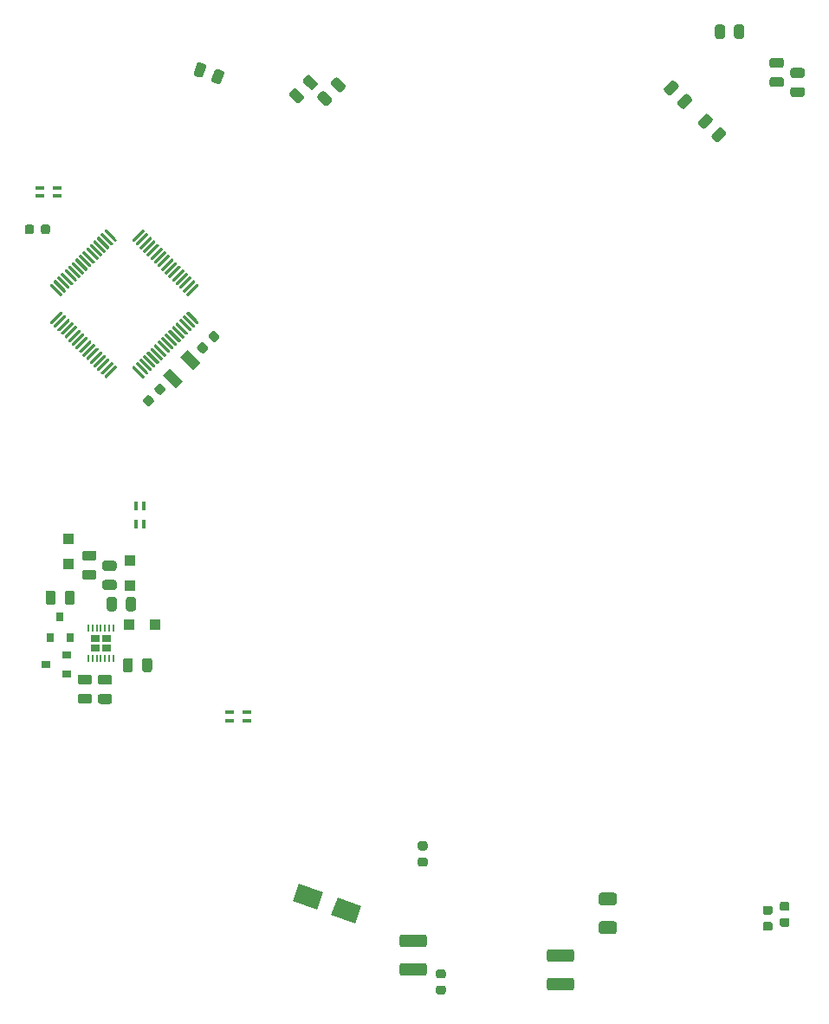
<source format=gbr>
G04 #@! TF.GenerationSoftware,KiCad,Pcbnew,(5.1.7)-1*
G04 #@! TF.CreationDate,2020-12-22T22:25:20-08:00*
G04 #@! TF.ProjectId,LCP_PowerControl,4c43505f-506f-4776-9572-436f6e74726f,rev?*
G04 #@! TF.SameCoordinates,Original*
G04 #@! TF.FileFunction,Paste,Bot*
G04 #@! TF.FilePolarity,Positive*
%FSLAX46Y46*%
G04 Gerber Fmt 4.6, Leading zero omitted, Abs format (unit mm)*
G04 Created by KiCad (PCBNEW (5.1.7)-1) date 2020-12-22 22:25:20*
%MOMM*%
%LPD*%
G01*
G04 APERTURE LIST*
%ADD10C,0.100000*%
%ADD11R,0.970000X0.700000*%
%ADD12R,0.250000X0.700000*%
%ADD13R,0.900000X0.400000*%
%ADD14R,0.400000X0.900000*%
%ADD15R,0.900000X0.800000*%
%ADD16R,0.800000X0.900000*%
%ADD17R,1.000000X1.000000*%
G04 APERTURE END LIST*
G36*
G01*
X147329500Y-53074250D02*
X147329500Y-53986750D01*
G75*
G02*
X147085750Y-54230500I-243750J0D01*
G01*
X146598250Y-54230500D01*
G75*
G02*
X146354500Y-53986750I0J243750D01*
G01*
X146354500Y-53074250D01*
G75*
G02*
X146598250Y-52830500I243750J0D01*
G01*
X147085750Y-52830500D01*
G75*
G02*
X147329500Y-53074250I0J-243750D01*
G01*
G37*
G36*
G01*
X149204500Y-53074250D02*
X149204500Y-53986750D01*
G75*
G02*
X148960750Y-54230500I-243750J0D01*
G01*
X148473250Y-54230500D01*
G75*
G02*
X148229500Y-53986750I0J243750D01*
G01*
X148229500Y-53074250D01*
G75*
G02*
X148473250Y-52830500I243750J0D01*
G01*
X148960750Y-52830500D01*
G75*
G02*
X149204500Y-53074250I0J-243750D01*
G01*
G37*
G36*
G01*
X86284750Y-118257500D02*
X87197250Y-118257500D01*
G75*
G02*
X87441000Y-118501250I0J-243750D01*
G01*
X87441000Y-118988750D01*
G75*
G02*
X87197250Y-119232500I-243750J0D01*
G01*
X86284750Y-119232500D01*
G75*
G02*
X86041000Y-118988750I0J243750D01*
G01*
X86041000Y-118501250D01*
G75*
G02*
X86284750Y-118257500I243750J0D01*
G01*
G37*
G36*
G01*
X86284750Y-116382500D02*
X87197250Y-116382500D01*
G75*
G02*
X87441000Y-116626250I0J-243750D01*
G01*
X87441000Y-117113750D01*
G75*
G02*
X87197250Y-117357500I-243750J0D01*
G01*
X86284750Y-117357500D01*
G75*
G02*
X86041000Y-117113750I0J243750D01*
G01*
X86041000Y-116626250D01*
G75*
G02*
X86284750Y-116382500I243750J0D01*
G01*
G37*
D10*
G36*
X94835040Y-84613168D02*
G01*
X96107832Y-85885960D01*
X95400726Y-86593066D01*
X94127934Y-85320274D01*
X94835040Y-84613168D01*
G37*
G36*
X93067274Y-86380934D02*
G01*
X94340066Y-87653726D01*
X93632960Y-88360832D01*
X92360168Y-87088040D01*
X93067274Y-86380934D01*
G37*
G36*
G01*
X153418250Y-139451500D02*
X152905750Y-139451500D01*
G75*
G02*
X152687000Y-139232750I0J218750D01*
G01*
X152687000Y-138795250D01*
G75*
G02*
X152905750Y-138576500I218750J0D01*
G01*
X153418250Y-138576500D01*
G75*
G02*
X153637000Y-138795250I0J-218750D01*
G01*
X153637000Y-139232750D01*
G75*
G02*
X153418250Y-139451500I-218750J0D01*
G01*
G37*
G36*
G01*
X153418250Y-141026500D02*
X152905750Y-141026500D01*
G75*
G02*
X152687000Y-140807750I0J218750D01*
G01*
X152687000Y-140370250D01*
G75*
G02*
X152905750Y-140151500I218750J0D01*
G01*
X153418250Y-140151500D01*
G75*
G02*
X153637000Y-140370250I0J-218750D01*
G01*
X153637000Y-140807750D01*
G75*
G02*
X153418250Y-141026500I-218750J0D01*
G01*
G37*
G36*
G01*
X90396090Y-87402522D02*
X89406140Y-86412572D01*
G75*
G02*
X89406140Y-86306506I53033J53033D01*
G01*
X89512206Y-86200440D01*
G75*
G02*
X89618272Y-86200440I53033J-53033D01*
G01*
X90608222Y-87190390D01*
G75*
G02*
X90608222Y-87296456I-53033J-53033D01*
G01*
X90502156Y-87402522D01*
G75*
G02*
X90396090Y-87402522I-53033J53033D01*
G01*
G37*
G36*
G01*
X90749643Y-87048969D02*
X89759693Y-86059019D01*
G75*
G02*
X89759693Y-85952953I53033J53033D01*
G01*
X89865759Y-85846887D01*
G75*
G02*
X89971825Y-85846887I53033J-53033D01*
G01*
X90961775Y-86836837D01*
G75*
G02*
X90961775Y-86942903I-53033J-53033D01*
G01*
X90855709Y-87048969D01*
G75*
G02*
X90749643Y-87048969I-53033J53033D01*
G01*
G37*
G36*
G01*
X91103196Y-86695416D02*
X90113246Y-85705466D01*
G75*
G02*
X90113246Y-85599400I53033J53033D01*
G01*
X90219312Y-85493334D01*
G75*
G02*
X90325378Y-85493334I53033J-53033D01*
G01*
X91315328Y-86483284D01*
G75*
G02*
X91315328Y-86589350I-53033J-53033D01*
G01*
X91209262Y-86695416D01*
G75*
G02*
X91103196Y-86695416I-53033J53033D01*
G01*
G37*
G36*
G01*
X91456750Y-86341862D02*
X90466800Y-85351912D01*
G75*
G02*
X90466800Y-85245846I53033J53033D01*
G01*
X90572866Y-85139780D01*
G75*
G02*
X90678932Y-85139780I53033J-53033D01*
G01*
X91668882Y-86129730D01*
G75*
G02*
X91668882Y-86235796I-53033J-53033D01*
G01*
X91562816Y-86341862D01*
G75*
G02*
X91456750Y-86341862I-53033J53033D01*
G01*
G37*
G36*
G01*
X91810303Y-85988309D02*
X90820353Y-84998359D01*
G75*
G02*
X90820353Y-84892293I53033J53033D01*
G01*
X90926419Y-84786227D01*
G75*
G02*
X91032485Y-84786227I53033J-53033D01*
G01*
X92022435Y-85776177D01*
G75*
G02*
X92022435Y-85882243I-53033J-53033D01*
G01*
X91916369Y-85988309D01*
G75*
G02*
X91810303Y-85988309I-53033J53033D01*
G01*
G37*
G36*
G01*
X92163857Y-85634755D02*
X91173907Y-84644805D01*
G75*
G02*
X91173907Y-84538739I53033J53033D01*
G01*
X91279973Y-84432673D01*
G75*
G02*
X91386039Y-84432673I53033J-53033D01*
G01*
X92375989Y-85422623D01*
G75*
G02*
X92375989Y-85528689I-53033J-53033D01*
G01*
X92269923Y-85634755D01*
G75*
G02*
X92163857Y-85634755I-53033J53033D01*
G01*
G37*
G36*
G01*
X92517410Y-85281202D02*
X91527460Y-84291252D01*
G75*
G02*
X91527460Y-84185186I53033J53033D01*
G01*
X91633526Y-84079120D01*
G75*
G02*
X91739592Y-84079120I53033J-53033D01*
G01*
X92729542Y-85069070D01*
G75*
G02*
X92729542Y-85175136I-53033J-53033D01*
G01*
X92623476Y-85281202D01*
G75*
G02*
X92517410Y-85281202I-53033J53033D01*
G01*
G37*
G36*
G01*
X92870963Y-84927649D02*
X91881013Y-83937699D01*
G75*
G02*
X91881013Y-83831633I53033J53033D01*
G01*
X91987079Y-83725567D01*
G75*
G02*
X92093145Y-83725567I53033J-53033D01*
G01*
X93083095Y-84715517D01*
G75*
G02*
X93083095Y-84821583I-53033J-53033D01*
G01*
X92977029Y-84927649D01*
G75*
G02*
X92870963Y-84927649I-53033J53033D01*
G01*
G37*
G36*
G01*
X93224517Y-84574095D02*
X92234567Y-83584145D01*
G75*
G02*
X92234567Y-83478079I53033J53033D01*
G01*
X92340633Y-83372013D01*
G75*
G02*
X92446699Y-83372013I53033J-53033D01*
G01*
X93436649Y-84361963D01*
G75*
G02*
X93436649Y-84468029I-53033J-53033D01*
G01*
X93330583Y-84574095D01*
G75*
G02*
X93224517Y-84574095I-53033J53033D01*
G01*
G37*
G36*
G01*
X93578070Y-84220542D02*
X92588120Y-83230592D01*
G75*
G02*
X92588120Y-83124526I53033J53033D01*
G01*
X92694186Y-83018460D01*
G75*
G02*
X92800252Y-83018460I53033J-53033D01*
G01*
X93790202Y-84008410D01*
G75*
G02*
X93790202Y-84114476I-53033J-53033D01*
G01*
X93684136Y-84220542D01*
G75*
G02*
X93578070Y-84220542I-53033J53033D01*
G01*
G37*
G36*
G01*
X93931623Y-83866989D02*
X92941673Y-82877039D01*
G75*
G02*
X92941673Y-82770973I53033J53033D01*
G01*
X93047739Y-82664907D01*
G75*
G02*
X93153805Y-82664907I53033J-53033D01*
G01*
X94143755Y-83654857D01*
G75*
G02*
X94143755Y-83760923I-53033J-53033D01*
G01*
X94037689Y-83866989D01*
G75*
G02*
X93931623Y-83866989I-53033J53033D01*
G01*
G37*
G36*
G01*
X94285177Y-83513435D02*
X93295227Y-82523485D01*
G75*
G02*
X93295227Y-82417419I53033J53033D01*
G01*
X93401293Y-82311353D01*
G75*
G02*
X93507359Y-82311353I53033J-53033D01*
G01*
X94497309Y-83301303D01*
G75*
G02*
X94497309Y-83407369I-53033J-53033D01*
G01*
X94391243Y-83513435D01*
G75*
G02*
X94285177Y-83513435I-53033J53033D01*
G01*
G37*
G36*
G01*
X94638730Y-83159882D02*
X93648780Y-82169932D01*
G75*
G02*
X93648780Y-82063866I53033J53033D01*
G01*
X93754846Y-81957800D01*
G75*
G02*
X93860912Y-81957800I53033J-53033D01*
G01*
X94850862Y-82947750D01*
G75*
G02*
X94850862Y-83053816I-53033J-53033D01*
G01*
X94744796Y-83159882D01*
G75*
G02*
X94638730Y-83159882I-53033J53033D01*
G01*
G37*
G36*
G01*
X94992284Y-82806328D02*
X94002334Y-81816378D01*
G75*
G02*
X94002334Y-81710312I53033J53033D01*
G01*
X94108400Y-81604246D01*
G75*
G02*
X94214466Y-81604246I53033J-53033D01*
G01*
X95204416Y-82594196D01*
G75*
G02*
X95204416Y-82700262I-53033J-53033D01*
G01*
X95098350Y-82806328D01*
G75*
G02*
X94992284Y-82806328I-53033J53033D01*
G01*
G37*
G36*
G01*
X95345837Y-82452775D02*
X94355887Y-81462825D01*
G75*
G02*
X94355887Y-81356759I53033J53033D01*
G01*
X94461953Y-81250693D01*
G75*
G02*
X94568019Y-81250693I53033J-53033D01*
G01*
X95557969Y-82240643D01*
G75*
G02*
X95557969Y-82346709I-53033J-53033D01*
G01*
X95451903Y-82452775D01*
G75*
G02*
X95345837Y-82452775I-53033J53033D01*
G01*
G37*
G36*
G01*
X95699390Y-82099222D02*
X94709440Y-81109272D01*
G75*
G02*
X94709440Y-81003206I53033J53033D01*
G01*
X94815506Y-80897140D01*
G75*
G02*
X94921572Y-80897140I53033J-53033D01*
G01*
X95911522Y-81887090D01*
G75*
G02*
X95911522Y-81993156I-53033J-53033D01*
G01*
X95805456Y-82099222D01*
G75*
G02*
X95699390Y-82099222I-53033J53033D01*
G01*
G37*
G36*
G01*
X94815506Y-79376860D02*
X94709440Y-79270794D01*
G75*
G02*
X94709440Y-79164728I53033J53033D01*
G01*
X95699390Y-78174778D01*
G75*
G02*
X95805456Y-78174778I53033J-53033D01*
G01*
X95911522Y-78280844D01*
G75*
G02*
X95911522Y-78386910I-53033J-53033D01*
G01*
X94921572Y-79376860D01*
G75*
G02*
X94815506Y-79376860I-53033J53033D01*
G01*
G37*
G36*
G01*
X94461953Y-79023307D02*
X94355887Y-78917241D01*
G75*
G02*
X94355887Y-78811175I53033J53033D01*
G01*
X95345837Y-77821225D01*
G75*
G02*
X95451903Y-77821225I53033J-53033D01*
G01*
X95557969Y-77927291D01*
G75*
G02*
X95557969Y-78033357I-53033J-53033D01*
G01*
X94568019Y-79023307D01*
G75*
G02*
X94461953Y-79023307I-53033J53033D01*
G01*
G37*
G36*
G01*
X94108400Y-78669754D02*
X94002334Y-78563688D01*
G75*
G02*
X94002334Y-78457622I53033J53033D01*
G01*
X94992284Y-77467672D01*
G75*
G02*
X95098350Y-77467672I53033J-53033D01*
G01*
X95204416Y-77573738D01*
G75*
G02*
X95204416Y-77679804I-53033J-53033D01*
G01*
X94214466Y-78669754D01*
G75*
G02*
X94108400Y-78669754I-53033J53033D01*
G01*
G37*
G36*
G01*
X93754846Y-78316200D02*
X93648780Y-78210134D01*
G75*
G02*
X93648780Y-78104068I53033J53033D01*
G01*
X94638730Y-77114118D01*
G75*
G02*
X94744796Y-77114118I53033J-53033D01*
G01*
X94850862Y-77220184D01*
G75*
G02*
X94850862Y-77326250I-53033J-53033D01*
G01*
X93860912Y-78316200D01*
G75*
G02*
X93754846Y-78316200I-53033J53033D01*
G01*
G37*
G36*
G01*
X93401293Y-77962647D02*
X93295227Y-77856581D01*
G75*
G02*
X93295227Y-77750515I53033J53033D01*
G01*
X94285177Y-76760565D01*
G75*
G02*
X94391243Y-76760565I53033J-53033D01*
G01*
X94497309Y-76866631D01*
G75*
G02*
X94497309Y-76972697I-53033J-53033D01*
G01*
X93507359Y-77962647D01*
G75*
G02*
X93401293Y-77962647I-53033J53033D01*
G01*
G37*
G36*
G01*
X93047739Y-77609093D02*
X92941673Y-77503027D01*
G75*
G02*
X92941673Y-77396961I53033J53033D01*
G01*
X93931623Y-76407011D01*
G75*
G02*
X94037689Y-76407011I53033J-53033D01*
G01*
X94143755Y-76513077D01*
G75*
G02*
X94143755Y-76619143I-53033J-53033D01*
G01*
X93153805Y-77609093D01*
G75*
G02*
X93047739Y-77609093I-53033J53033D01*
G01*
G37*
G36*
G01*
X92694186Y-77255540D02*
X92588120Y-77149474D01*
G75*
G02*
X92588120Y-77043408I53033J53033D01*
G01*
X93578070Y-76053458D01*
G75*
G02*
X93684136Y-76053458I53033J-53033D01*
G01*
X93790202Y-76159524D01*
G75*
G02*
X93790202Y-76265590I-53033J-53033D01*
G01*
X92800252Y-77255540D01*
G75*
G02*
X92694186Y-77255540I-53033J53033D01*
G01*
G37*
G36*
G01*
X92340633Y-76901987D02*
X92234567Y-76795921D01*
G75*
G02*
X92234567Y-76689855I53033J53033D01*
G01*
X93224517Y-75699905D01*
G75*
G02*
X93330583Y-75699905I53033J-53033D01*
G01*
X93436649Y-75805971D01*
G75*
G02*
X93436649Y-75912037I-53033J-53033D01*
G01*
X92446699Y-76901987D01*
G75*
G02*
X92340633Y-76901987I-53033J53033D01*
G01*
G37*
G36*
G01*
X91987079Y-76548433D02*
X91881013Y-76442367D01*
G75*
G02*
X91881013Y-76336301I53033J53033D01*
G01*
X92870963Y-75346351D01*
G75*
G02*
X92977029Y-75346351I53033J-53033D01*
G01*
X93083095Y-75452417D01*
G75*
G02*
X93083095Y-75558483I-53033J-53033D01*
G01*
X92093145Y-76548433D01*
G75*
G02*
X91987079Y-76548433I-53033J53033D01*
G01*
G37*
G36*
G01*
X91633526Y-76194880D02*
X91527460Y-76088814D01*
G75*
G02*
X91527460Y-75982748I53033J53033D01*
G01*
X92517410Y-74992798D01*
G75*
G02*
X92623476Y-74992798I53033J-53033D01*
G01*
X92729542Y-75098864D01*
G75*
G02*
X92729542Y-75204930I-53033J-53033D01*
G01*
X91739592Y-76194880D01*
G75*
G02*
X91633526Y-76194880I-53033J53033D01*
G01*
G37*
G36*
G01*
X91279973Y-75841327D02*
X91173907Y-75735261D01*
G75*
G02*
X91173907Y-75629195I53033J53033D01*
G01*
X92163857Y-74639245D01*
G75*
G02*
X92269923Y-74639245I53033J-53033D01*
G01*
X92375989Y-74745311D01*
G75*
G02*
X92375989Y-74851377I-53033J-53033D01*
G01*
X91386039Y-75841327D01*
G75*
G02*
X91279973Y-75841327I-53033J53033D01*
G01*
G37*
G36*
G01*
X90926419Y-75487773D02*
X90820353Y-75381707D01*
G75*
G02*
X90820353Y-75275641I53033J53033D01*
G01*
X91810303Y-74285691D01*
G75*
G02*
X91916369Y-74285691I53033J-53033D01*
G01*
X92022435Y-74391757D01*
G75*
G02*
X92022435Y-74497823I-53033J-53033D01*
G01*
X91032485Y-75487773D01*
G75*
G02*
X90926419Y-75487773I-53033J53033D01*
G01*
G37*
G36*
G01*
X90572866Y-75134220D02*
X90466800Y-75028154D01*
G75*
G02*
X90466800Y-74922088I53033J53033D01*
G01*
X91456750Y-73932138D01*
G75*
G02*
X91562816Y-73932138I53033J-53033D01*
G01*
X91668882Y-74038204D01*
G75*
G02*
X91668882Y-74144270I-53033J-53033D01*
G01*
X90678932Y-75134220D01*
G75*
G02*
X90572866Y-75134220I-53033J53033D01*
G01*
G37*
G36*
G01*
X90219312Y-74780666D02*
X90113246Y-74674600D01*
G75*
G02*
X90113246Y-74568534I53033J53033D01*
G01*
X91103196Y-73578584D01*
G75*
G02*
X91209262Y-73578584I53033J-53033D01*
G01*
X91315328Y-73684650D01*
G75*
G02*
X91315328Y-73790716I-53033J-53033D01*
G01*
X90325378Y-74780666D01*
G75*
G02*
X90219312Y-74780666I-53033J53033D01*
G01*
G37*
G36*
G01*
X89865759Y-74427113D02*
X89759693Y-74321047D01*
G75*
G02*
X89759693Y-74214981I53033J53033D01*
G01*
X90749643Y-73225031D01*
G75*
G02*
X90855709Y-73225031I53033J-53033D01*
G01*
X90961775Y-73331097D01*
G75*
G02*
X90961775Y-73437163I-53033J-53033D01*
G01*
X89971825Y-74427113D01*
G75*
G02*
X89865759Y-74427113I-53033J53033D01*
G01*
G37*
G36*
G01*
X89512206Y-74073560D02*
X89406140Y-73967494D01*
G75*
G02*
X89406140Y-73861428I53033J53033D01*
G01*
X90396090Y-72871478D01*
G75*
G02*
X90502156Y-72871478I53033J-53033D01*
G01*
X90608222Y-72977544D01*
G75*
G02*
X90608222Y-73083610I-53033J-53033D01*
G01*
X89618272Y-74073560D01*
G75*
G02*
X89512206Y-74073560I-53033J53033D01*
G01*
G37*
G36*
G01*
X87673728Y-74073560D02*
X86683778Y-73083610D01*
G75*
G02*
X86683778Y-72977544I53033J53033D01*
G01*
X86789844Y-72871478D01*
G75*
G02*
X86895910Y-72871478I53033J-53033D01*
G01*
X87885860Y-73861428D01*
G75*
G02*
X87885860Y-73967494I-53033J-53033D01*
G01*
X87779794Y-74073560D01*
G75*
G02*
X87673728Y-74073560I-53033J53033D01*
G01*
G37*
G36*
G01*
X87320175Y-74427113D02*
X86330225Y-73437163D01*
G75*
G02*
X86330225Y-73331097I53033J53033D01*
G01*
X86436291Y-73225031D01*
G75*
G02*
X86542357Y-73225031I53033J-53033D01*
G01*
X87532307Y-74214981D01*
G75*
G02*
X87532307Y-74321047I-53033J-53033D01*
G01*
X87426241Y-74427113D01*
G75*
G02*
X87320175Y-74427113I-53033J53033D01*
G01*
G37*
G36*
G01*
X86966622Y-74780666D02*
X85976672Y-73790716D01*
G75*
G02*
X85976672Y-73684650I53033J53033D01*
G01*
X86082738Y-73578584D01*
G75*
G02*
X86188804Y-73578584I53033J-53033D01*
G01*
X87178754Y-74568534D01*
G75*
G02*
X87178754Y-74674600I-53033J-53033D01*
G01*
X87072688Y-74780666D01*
G75*
G02*
X86966622Y-74780666I-53033J53033D01*
G01*
G37*
G36*
G01*
X86613068Y-75134220D02*
X85623118Y-74144270D01*
G75*
G02*
X85623118Y-74038204I53033J53033D01*
G01*
X85729184Y-73932138D01*
G75*
G02*
X85835250Y-73932138I53033J-53033D01*
G01*
X86825200Y-74922088D01*
G75*
G02*
X86825200Y-75028154I-53033J-53033D01*
G01*
X86719134Y-75134220D01*
G75*
G02*
X86613068Y-75134220I-53033J53033D01*
G01*
G37*
G36*
G01*
X86259515Y-75487773D02*
X85269565Y-74497823D01*
G75*
G02*
X85269565Y-74391757I53033J53033D01*
G01*
X85375631Y-74285691D01*
G75*
G02*
X85481697Y-74285691I53033J-53033D01*
G01*
X86471647Y-75275641D01*
G75*
G02*
X86471647Y-75381707I-53033J-53033D01*
G01*
X86365581Y-75487773D01*
G75*
G02*
X86259515Y-75487773I-53033J53033D01*
G01*
G37*
G36*
G01*
X85905961Y-75841327D02*
X84916011Y-74851377D01*
G75*
G02*
X84916011Y-74745311I53033J53033D01*
G01*
X85022077Y-74639245D01*
G75*
G02*
X85128143Y-74639245I53033J-53033D01*
G01*
X86118093Y-75629195D01*
G75*
G02*
X86118093Y-75735261I-53033J-53033D01*
G01*
X86012027Y-75841327D01*
G75*
G02*
X85905961Y-75841327I-53033J53033D01*
G01*
G37*
G36*
G01*
X85552408Y-76194880D02*
X84562458Y-75204930D01*
G75*
G02*
X84562458Y-75098864I53033J53033D01*
G01*
X84668524Y-74992798D01*
G75*
G02*
X84774590Y-74992798I53033J-53033D01*
G01*
X85764540Y-75982748D01*
G75*
G02*
X85764540Y-76088814I-53033J-53033D01*
G01*
X85658474Y-76194880D01*
G75*
G02*
X85552408Y-76194880I-53033J53033D01*
G01*
G37*
G36*
G01*
X85198855Y-76548433D02*
X84208905Y-75558483D01*
G75*
G02*
X84208905Y-75452417I53033J53033D01*
G01*
X84314971Y-75346351D01*
G75*
G02*
X84421037Y-75346351I53033J-53033D01*
G01*
X85410987Y-76336301D01*
G75*
G02*
X85410987Y-76442367I-53033J-53033D01*
G01*
X85304921Y-76548433D01*
G75*
G02*
X85198855Y-76548433I-53033J53033D01*
G01*
G37*
G36*
G01*
X84845301Y-76901987D02*
X83855351Y-75912037D01*
G75*
G02*
X83855351Y-75805971I53033J53033D01*
G01*
X83961417Y-75699905D01*
G75*
G02*
X84067483Y-75699905I53033J-53033D01*
G01*
X85057433Y-76689855D01*
G75*
G02*
X85057433Y-76795921I-53033J-53033D01*
G01*
X84951367Y-76901987D01*
G75*
G02*
X84845301Y-76901987I-53033J53033D01*
G01*
G37*
G36*
G01*
X84491748Y-77255540D02*
X83501798Y-76265590D01*
G75*
G02*
X83501798Y-76159524I53033J53033D01*
G01*
X83607864Y-76053458D01*
G75*
G02*
X83713930Y-76053458I53033J-53033D01*
G01*
X84703880Y-77043408D01*
G75*
G02*
X84703880Y-77149474I-53033J-53033D01*
G01*
X84597814Y-77255540D01*
G75*
G02*
X84491748Y-77255540I-53033J53033D01*
G01*
G37*
G36*
G01*
X84138195Y-77609093D02*
X83148245Y-76619143D01*
G75*
G02*
X83148245Y-76513077I53033J53033D01*
G01*
X83254311Y-76407011D01*
G75*
G02*
X83360377Y-76407011I53033J-53033D01*
G01*
X84350327Y-77396961D01*
G75*
G02*
X84350327Y-77503027I-53033J-53033D01*
G01*
X84244261Y-77609093D01*
G75*
G02*
X84138195Y-77609093I-53033J53033D01*
G01*
G37*
G36*
G01*
X83784641Y-77962647D02*
X82794691Y-76972697D01*
G75*
G02*
X82794691Y-76866631I53033J53033D01*
G01*
X82900757Y-76760565D01*
G75*
G02*
X83006823Y-76760565I53033J-53033D01*
G01*
X83996773Y-77750515D01*
G75*
G02*
X83996773Y-77856581I-53033J-53033D01*
G01*
X83890707Y-77962647D01*
G75*
G02*
X83784641Y-77962647I-53033J53033D01*
G01*
G37*
G36*
G01*
X83431088Y-78316200D02*
X82441138Y-77326250D01*
G75*
G02*
X82441138Y-77220184I53033J53033D01*
G01*
X82547204Y-77114118D01*
G75*
G02*
X82653270Y-77114118I53033J-53033D01*
G01*
X83643220Y-78104068D01*
G75*
G02*
X83643220Y-78210134I-53033J-53033D01*
G01*
X83537154Y-78316200D01*
G75*
G02*
X83431088Y-78316200I-53033J53033D01*
G01*
G37*
G36*
G01*
X83077534Y-78669754D02*
X82087584Y-77679804D01*
G75*
G02*
X82087584Y-77573738I53033J53033D01*
G01*
X82193650Y-77467672D01*
G75*
G02*
X82299716Y-77467672I53033J-53033D01*
G01*
X83289666Y-78457622D01*
G75*
G02*
X83289666Y-78563688I-53033J-53033D01*
G01*
X83183600Y-78669754D01*
G75*
G02*
X83077534Y-78669754I-53033J53033D01*
G01*
G37*
G36*
G01*
X82723981Y-79023307D02*
X81734031Y-78033357D01*
G75*
G02*
X81734031Y-77927291I53033J53033D01*
G01*
X81840097Y-77821225D01*
G75*
G02*
X81946163Y-77821225I53033J-53033D01*
G01*
X82936113Y-78811175D01*
G75*
G02*
X82936113Y-78917241I-53033J-53033D01*
G01*
X82830047Y-79023307D01*
G75*
G02*
X82723981Y-79023307I-53033J53033D01*
G01*
G37*
G36*
G01*
X82370428Y-79376860D02*
X81380478Y-78386910D01*
G75*
G02*
X81380478Y-78280844I53033J53033D01*
G01*
X81486544Y-78174778D01*
G75*
G02*
X81592610Y-78174778I53033J-53033D01*
G01*
X82582560Y-79164728D01*
G75*
G02*
X82582560Y-79270794I-53033J-53033D01*
G01*
X82476494Y-79376860D01*
G75*
G02*
X82370428Y-79376860I-53033J53033D01*
G01*
G37*
G36*
G01*
X81486544Y-82099222D02*
X81380478Y-81993156D01*
G75*
G02*
X81380478Y-81887090I53033J53033D01*
G01*
X82370428Y-80897140D01*
G75*
G02*
X82476494Y-80897140I53033J-53033D01*
G01*
X82582560Y-81003206D01*
G75*
G02*
X82582560Y-81109272I-53033J-53033D01*
G01*
X81592610Y-82099222D01*
G75*
G02*
X81486544Y-82099222I-53033J53033D01*
G01*
G37*
G36*
G01*
X81840097Y-82452775D02*
X81734031Y-82346709D01*
G75*
G02*
X81734031Y-82240643I53033J53033D01*
G01*
X82723981Y-81250693D01*
G75*
G02*
X82830047Y-81250693I53033J-53033D01*
G01*
X82936113Y-81356759D01*
G75*
G02*
X82936113Y-81462825I-53033J-53033D01*
G01*
X81946163Y-82452775D01*
G75*
G02*
X81840097Y-82452775I-53033J53033D01*
G01*
G37*
G36*
G01*
X82193650Y-82806328D02*
X82087584Y-82700262D01*
G75*
G02*
X82087584Y-82594196I53033J53033D01*
G01*
X83077534Y-81604246D01*
G75*
G02*
X83183600Y-81604246I53033J-53033D01*
G01*
X83289666Y-81710312D01*
G75*
G02*
X83289666Y-81816378I-53033J-53033D01*
G01*
X82299716Y-82806328D01*
G75*
G02*
X82193650Y-82806328I-53033J53033D01*
G01*
G37*
G36*
G01*
X82547204Y-83159882D02*
X82441138Y-83053816D01*
G75*
G02*
X82441138Y-82947750I53033J53033D01*
G01*
X83431088Y-81957800D01*
G75*
G02*
X83537154Y-81957800I53033J-53033D01*
G01*
X83643220Y-82063866D01*
G75*
G02*
X83643220Y-82169932I-53033J-53033D01*
G01*
X82653270Y-83159882D01*
G75*
G02*
X82547204Y-83159882I-53033J53033D01*
G01*
G37*
G36*
G01*
X82900757Y-83513435D02*
X82794691Y-83407369D01*
G75*
G02*
X82794691Y-83301303I53033J53033D01*
G01*
X83784641Y-82311353D01*
G75*
G02*
X83890707Y-82311353I53033J-53033D01*
G01*
X83996773Y-82417419D01*
G75*
G02*
X83996773Y-82523485I-53033J-53033D01*
G01*
X83006823Y-83513435D01*
G75*
G02*
X82900757Y-83513435I-53033J53033D01*
G01*
G37*
G36*
G01*
X83254311Y-83866989D02*
X83148245Y-83760923D01*
G75*
G02*
X83148245Y-83654857I53033J53033D01*
G01*
X84138195Y-82664907D01*
G75*
G02*
X84244261Y-82664907I53033J-53033D01*
G01*
X84350327Y-82770973D01*
G75*
G02*
X84350327Y-82877039I-53033J-53033D01*
G01*
X83360377Y-83866989D01*
G75*
G02*
X83254311Y-83866989I-53033J53033D01*
G01*
G37*
G36*
G01*
X83607864Y-84220542D02*
X83501798Y-84114476D01*
G75*
G02*
X83501798Y-84008410I53033J53033D01*
G01*
X84491748Y-83018460D01*
G75*
G02*
X84597814Y-83018460I53033J-53033D01*
G01*
X84703880Y-83124526D01*
G75*
G02*
X84703880Y-83230592I-53033J-53033D01*
G01*
X83713930Y-84220542D01*
G75*
G02*
X83607864Y-84220542I-53033J53033D01*
G01*
G37*
G36*
G01*
X83961417Y-84574095D02*
X83855351Y-84468029D01*
G75*
G02*
X83855351Y-84361963I53033J53033D01*
G01*
X84845301Y-83372013D01*
G75*
G02*
X84951367Y-83372013I53033J-53033D01*
G01*
X85057433Y-83478079D01*
G75*
G02*
X85057433Y-83584145I-53033J-53033D01*
G01*
X84067483Y-84574095D01*
G75*
G02*
X83961417Y-84574095I-53033J53033D01*
G01*
G37*
G36*
G01*
X84314971Y-84927649D02*
X84208905Y-84821583D01*
G75*
G02*
X84208905Y-84715517I53033J53033D01*
G01*
X85198855Y-83725567D01*
G75*
G02*
X85304921Y-83725567I53033J-53033D01*
G01*
X85410987Y-83831633D01*
G75*
G02*
X85410987Y-83937699I-53033J-53033D01*
G01*
X84421037Y-84927649D01*
G75*
G02*
X84314971Y-84927649I-53033J53033D01*
G01*
G37*
G36*
G01*
X84668524Y-85281202D02*
X84562458Y-85175136D01*
G75*
G02*
X84562458Y-85069070I53033J53033D01*
G01*
X85552408Y-84079120D01*
G75*
G02*
X85658474Y-84079120I53033J-53033D01*
G01*
X85764540Y-84185186D01*
G75*
G02*
X85764540Y-84291252I-53033J-53033D01*
G01*
X84774590Y-85281202D01*
G75*
G02*
X84668524Y-85281202I-53033J53033D01*
G01*
G37*
G36*
G01*
X85022077Y-85634755D02*
X84916011Y-85528689D01*
G75*
G02*
X84916011Y-85422623I53033J53033D01*
G01*
X85905961Y-84432673D01*
G75*
G02*
X86012027Y-84432673I53033J-53033D01*
G01*
X86118093Y-84538739D01*
G75*
G02*
X86118093Y-84644805I-53033J-53033D01*
G01*
X85128143Y-85634755D01*
G75*
G02*
X85022077Y-85634755I-53033J53033D01*
G01*
G37*
G36*
G01*
X85375631Y-85988309D02*
X85269565Y-85882243D01*
G75*
G02*
X85269565Y-85776177I53033J53033D01*
G01*
X86259515Y-84786227D01*
G75*
G02*
X86365581Y-84786227I53033J-53033D01*
G01*
X86471647Y-84892293D01*
G75*
G02*
X86471647Y-84998359I-53033J-53033D01*
G01*
X85481697Y-85988309D01*
G75*
G02*
X85375631Y-85988309I-53033J53033D01*
G01*
G37*
G36*
G01*
X85729184Y-86341862D02*
X85623118Y-86235796D01*
G75*
G02*
X85623118Y-86129730I53033J53033D01*
G01*
X86613068Y-85139780D01*
G75*
G02*
X86719134Y-85139780I53033J-53033D01*
G01*
X86825200Y-85245846D01*
G75*
G02*
X86825200Y-85351912I-53033J-53033D01*
G01*
X85835250Y-86341862D01*
G75*
G02*
X85729184Y-86341862I-53033J53033D01*
G01*
G37*
G36*
G01*
X86082738Y-86695416D02*
X85976672Y-86589350D01*
G75*
G02*
X85976672Y-86483284I53033J53033D01*
G01*
X86966622Y-85493334D01*
G75*
G02*
X87072688Y-85493334I53033J-53033D01*
G01*
X87178754Y-85599400D01*
G75*
G02*
X87178754Y-85705466I-53033J-53033D01*
G01*
X86188804Y-86695416D01*
G75*
G02*
X86082738Y-86695416I-53033J53033D01*
G01*
G37*
G36*
G01*
X86436291Y-87048969D02*
X86330225Y-86942903D01*
G75*
G02*
X86330225Y-86836837I53033J53033D01*
G01*
X87320175Y-85846887D01*
G75*
G02*
X87426241Y-85846887I53033J-53033D01*
G01*
X87532307Y-85952953D01*
G75*
G02*
X87532307Y-86059019I-53033J-53033D01*
G01*
X86542357Y-87048969D01*
G75*
G02*
X86436291Y-87048969I-53033J53033D01*
G01*
G37*
G36*
G01*
X86789844Y-87402522D02*
X86683778Y-87296456D01*
G75*
G02*
X86683778Y-87190390I53033J53033D01*
G01*
X87673728Y-86200440D01*
G75*
G02*
X87779794Y-86200440I53033J-53033D01*
G01*
X87885860Y-86306506D01*
G75*
G02*
X87885860Y-86412572I-53033J-53033D01*
G01*
X86895910Y-87402522D01*
G75*
G02*
X86789844Y-87402522I-53033J53033D01*
G01*
G37*
D11*
X86931500Y-113728500D03*
X86931500Y-112833500D03*
X85756500Y-112833500D03*
X85756500Y-113728500D03*
D12*
X85144000Y-111808500D03*
X85144000Y-114758500D03*
X87544000Y-114758500D03*
X87144000Y-114758500D03*
X86744000Y-114758500D03*
X86344000Y-114758500D03*
X85944000Y-114758500D03*
X85544000Y-114758500D03*
X85544000Y-111808500D03*
X85944000Y-111808500D03*
X86344000Y-111808500D03*
X86744000Y-111808500D03*
X87144000Y-111808500D03*
X87544000Y-111808500D03*
D13*
X82042000Y-69570500D03*
X82042000Y-68770500D03*
X80342000Y-68770500D03*
X80342000Y-69570500D03*
X100647500Y-120840500D03*
X100647500Y-120040500D03*
X98947500Y-120040500D03*
X98947500Y-120840500D03*
D14*
X90570000Y-99924500D03*
X89770000Y-99924500D03*
X89770000Y-101624500D03*
X90570000Y-101624500D03*
G36*
G01*
X151254750Y-140532500D02*
X151767250Y-140532500D01*
G75*
G02*
X151986000Y-140751250I0J-218750D01*
G01*
X151986000Y-141188750D01*
G75*
G02*
X151767250Y-141407500I-218750J0D01*
G01*
X151254750Y-141407500D01*
G75*
G02*
X151036000Y-141188750I0J218750D01*
G01*
X151036000Y-140751250D01*
G75*
G02*
X151254750Y-140532500I218750J0D01*
G01*
G37*
G36*
G01*
X151254750Y-138957500D02*
X151767250Y-138957500D01*
G75*
G02*
X151986000Y-139176250I0J-218750D01*
G01*
X151986000Y-139613750D01*
G75*
G02*
X151767250Y-139832500I-218750J0D01*
G01*
X151254750Y-139832500D01*
G75*
G02*
X151036000Y-139613750I0J218750D01*
G01*
X151036000Y-139176250D01*
G75*
G02*
X151254750Y-138957500I218750J0D01*
G01*
G37*
G36*
G01*
X97167815Y-58177144D02*
X97479909Y-57319675D01*
G75*
G02*
X97792326Y-57173992I229050J-83367D01*
G01*
X98250426Y-57340727D01*
G75*
G02*
X98396109Y-57653144I-83367J-229050D01*
G01*
X98084015Y-58510613D01*
G75*
G02*
X97771598Y-58656296I-229050J83367D01*
G01*
X97313498Y-58489561D01*
G75*
G02*
X97167815Y-58177144I83367J229050D01*
G01*
G37*
G36*
G01*
X95405891Y-57535856D02*
X95717985Y-56678387D01*
G75*
G02*
X96030402Y-56532704I229050J-83367D01*
G01*
X96488502Y-56699439D01*
G75*
G02*
X96634185Y-57011856I-83367J-229050D01*
G01*
X96322091Y-57869325D01*
G75*
G02*
X96009674Y-58015008I-229050J83367D01*
G01*
X95551574Y-57848273D01*
G75*
G02*
X95405891Y-57535856I83367J229050D01*
G01*
G37*
G36*
G01*
X146073494Y-63597229D02*
X146718729Y-62951994D01*
G75*
G02*
X147063443Y-62951994I172357J-172357D01*
G01*
X147408158Y-63296709D01*
G75*
G02*
X147408158Y-63641423I-172357J-172357D01*
G01*
X146762923Y-64286658D01*
G75*
G02*
X146418209Y-64286658I-172357J172357D01*
G01*
X146073494Y-63941943D01*
G75*
G02*
X146073494Y-63597229I172357J172357D01*
G01*
G37*
G36*
G01*
X144747668Y-62271403D02*
X145392903Y-61626168D01*
G75*
G02*
X145737617Y-61626168I172357J-172357D01*
G01*
X146082332Y-61970883D01*
G75*
G02*
X146082332Y-62315597I-172357J-172357D01*
G01*
X145437097Y-62960832D01*
G75*
G02*
X145092383Y-62960832I-172357J172357D01*
G01*
X144747668Y-62616117D01*
G75*
G02*
X144747668Y-62271403I172357J172357D01*
G01*
G37*
G36*
G01*
X142743581Y-60330816D02*
X143388816Y-59685581D01*
G75*
G02*
X143733530Y-59685581I172357J-172357D01*
G01*
X144078245Y-60030296D01*
G75*
G02*
X144078245Y-60375010I-172357J-172357D01*
G01*
X143433010Y-61020245D01*
G75*
G02*
X143088296Y-61020245I-172357J172357D01*
G01*
X142743581Y-60675530D01*
G75*
G02*
X142743581Y-60330816I172357J172357D01*
G01*
G37*
G36*
G01*
X141417755Y-59004990D02*
X142062990Y-58359755D01*
G75*
G02*
X142407704Y-58359755I172357J-172357D01*
G01*
X142752419Y-58704470D01*
G75*
G02*
X142752419Y-59049184I-172357J-172357D01*
G01*
X142107184Y-59694419D01*
G75*
G02*
X141762470Y-59694419I-172357J172357D01*
G01*
X141417755Y-59349704D01*
G75*
G02*
X141417755Y-59004990I172357J172357D01*
G01*
G37*
G36*
G01*
X105503271Y-59141994D02*
X106148506Y-59787229D01*
G75*
G02*
X106148506Y-60131943I-172357J-172357D01*
G01*
X105803791Y-60476658D01*
G75*
G02*
X105459077Y-60476658I-172357J172357D01*
G01*
X104813842Y-59831423D01*
G75*
G02*
X104813842Y-59486709I172357J172357D01*
G01*
X105158557Y-59141994D01*
G75*
G02*
X105503271Y-59141994I172357J-172357D01*
G01*
G37*
G36*
G01*
X106829097Y-57816168D02*
X107474332Y-58461403D01*
G75*
G02*
X107474332Y-58806117I-172357J-172357D01*
G01*
X107129617Y-59150832D01*
G75*
G02*
X106784903Y-59150832I-172357J172357D01*
G01*
X106139668Y-58505597D01*
G75*
G02*
X106139668Y-58160883I172357J172357D01*
G01*
X106484383Y-57816168D01*
G75*
G02*
X106829097Y-57816168I172357J-172357D01*
G01*
G37*
G36*
G01*
X108189577Y-60730658D02*
X107544342Y-60085423D01*
G75*
G02*
X107544342Y-59740709I172357J172357D01*
G01*
X107889057Y-59395994D01*
G75*
G02*
X108233771Y-59395994I172357J-172357D01*
G01*
X108879006Y-60041229D01*
G75*
G02*
X108879006Y-60385943I-172357J-172357D01*
G01*
X108534291Y-60730658D01*
G75*
G02*
X108189577Y-60730658I-172357J172357D01*
G01*
G37*
G36*
G01*
X109515403Y-59404832D02*
X108870168Y-58759597D01*
G75*
G02*
X108870168Y-58414883I172357J172357D01*
G01*
X109214883Y-58070168D01*
G75*
G02*
X109559597Y-58070168I172357J-172357D01*
G01*
X110204832Y-58715403D01*
G75*
G02*
X110204832Y-59060117I-172357J-172357D01*
G01*
X109860117Y-59404832D01*
G75*
G02*
X109515403Y-59404832I-172357J172357D01*
G01*
G37*
G36*
G01*
X84760750Y-106129000D02*
X85673250Y-106129000D01*
G75*
G02*
X85917000Y-106372750I0J-243750D01*
G01*
X85917000Y-106860250D01*
G75*
G02*
X85673250Y-107104000I-243750J0D01*
G01*
X84760750Y-107104000D01*
G75*
G02*
X84517000Y-106860250I0J243750D01*
G01*
X84517000Y-106372750D01*
G75*
G02*
X84760750Y-106129000I243750J0D01*
G01*
G37*
G36*
G01*
X84760750Y-104254000D02*
X85673250Y-104254000D01*
G75*
G02*
X85917000Y-104497750I0J-243750D01*
G01*
X85917000Y-104985250D01*
G75*
G02*
X85673250Y-105229000I-243750J0D01*
G01*
X84760750Y-105229000D01*
G75*
G02*
X84517000Y-104985250I0J243750D01*
G01*
X84517000Y-104497750D01*
G75*
G02*
X84760750Y-104254000I243750J0D01*
G01*
G37*
G36*
G01*
X86729250Y-107115000D02*
X87641750Y-107115000D01*
G75*
G02*
X87885500Y-107358750I0J-243750D01*
G01*
X87885500Y-107846250D01*
G75*
G02*
X87641750Y-108090000I-243750J0D01*
G01*
X86729250Y-108090000D01*
G75*
G02*
X86485500Y-107846250I0J243750D01*
G01*
X86485500Y-107358750D01*
G75*
G02*
X86729250Y-107115000I243750J0D01*
G01*
G37*
G36*
G01*
X86729250Y-105240000D02*
X87641750Y-105240000D01*
G75*
G02*
X87885500Y-105483750I0J-243750D01*
G01*
X87885500Y-105971250D01*
G75*
G02*
X87641750Y-106215000I-243750J0D01*
G01*
X86729250Y-106215000D01*
G75*
G02*
X86485500Y-105971250I0J243750D01*
G01*
X86485500Y-105483750D01*
G75*
G02*
X86729250Y-105240000I243750J0D01*
G01*
G37*
G36*
G01*
X87893500Y-109017750D02*
X87893500Y-109930250D01*
G75*
G02*
X87649750Y-110174000I-243750J0D01*
G01*
X87162250Y-110174000D01*
G75*
G02*
X86918500Y-109930250I0J243750D01*
G01*
X86918500Y-109017750D01*
G75*
G02*
X87162250Y-108774000I243750J0D01*
G01*
X87649750Y-108774000D01*
G75*
G02*
X87893500Y-109017750I0J-243750D01*
G01*
G37*
G36*
G01*
X89768500Y-109017750D02*
X89768500Y-109930250D01*
G75*
G02*
X89524750Y-110174000I-243750J0D01*
G01*
X89037250Y-110174000D01*
G75*
G02*
X88793500Y-109930250I0J243750D01*
G01*
X88793500Y-109017750D01*
G75*
G02*
X89037250Y-108774000I243750J0D01*
G01*
X89524750Y-108774000D01*
G75*
G02*
X89768500Y-109017750I0J-243750D01*
G01*
G37*
G36*
G01*
X82809500Y-109295250D02*
X82809500Y-108382750D01*
G75*
G02*
X83053250Y-108139000I243750J0D01*
G01*
X83540750Y-108139000D01*
G75*
G02*
X83784500Y-108382750I0J-243750D01*
G01*
X83784500Y-109295250D01*
G75*
G02*
X83540750Y-109539000I-243750J0D01*
G01*
X83053250Y-109539000D01*
G75*
G02*
X82809500Y-109295250I0J243750D01*
G01*
G37*
G36*
G01*
X80934500Y-109295250D02*
X80934500Y-108382750D01*
G75*
G02*
X81178250Y-108139000I243750J0D01*
G01*
X81665750Y-108139000D01*
G75*
G02*
X81909500Y-108382750I0J-243750D01*
G01*
X81909500Y-109295250D01*
G75*
G02*
X81665750Y-109539000I-243750J0D01*
G01*
X81178250Y-109539000D01*
G75*
G02*
X80934500Y-109295250I0J243750D01*
G01*
G37*
D15*
X80994500Y-115382000D03*
X82994500Y-116332000D03*
X82994500Y-114432000D03*
D16*
X82362000Y-110712500D03*
X81412000Y-112712500D03*
X83312000Y-112712500D03*
D10*
G36*
X108854951Y-139849738D02*
G01*
X109470587Y-138158291D01*
X111819819Y-139013342D01*
X111204183Y-140704789D01*
X108854951Y-139849738D01*
G37*
G36*
X105096181Y-138481658D02*
G01*
X105711817Y-136790211D01*
X108061049Y-137645262D01*
X107445413Y-139336709D01*
X105096181Y-138481658D01*
G37*
D17*
X91610500Y-111442500D03*
X89110500Y-111442500D03*
X89217500Y-105176000D03*
X89217500Y-107676000D03*
X83185000Y-103060500D03*
X83185000Y-105560500D03*
G36*
G01*
X117536250Y-134246000D02*
X118048750Y-134246000D01*
G75*
G02*
X118267500Y-134464750I0J-218750D01*
G01*
X118267500Y-134902250D01*
G75*
G02*
X118048750Y-135121000I-218750J0D01*
G01*
X117536250Y-135121000D01*
G75*
G02*
X117317500Y-134902250I0J218750D01*
G01*
X117317500Y-134464750D01*
G75*
G02*
X117536250Y-134246000I218750J0D01*
G01*
G37*
G36*
G01*
X117536250Y-132671000D02*
X118048750Y-132671000D01*
G75*
G02*
X118267500Y-132889750I0J-218750D01*
G01*
X118267500Y-133327250D01*
G75*
G02*
X118048750Y-133546000I-218750J0D01*
G01*
X117536250Y-133546000D01*
G75*
G02*
X117317500Y-133327250I0J218750D01*
G01*
X117317500Y-132889750D01*
G75*
G02*
X117536250Y-132671000I218750J0D01*
G01*
G37*
G36*
G01*
X119314250Y-146755500D02*
X119826750Y-146755500D01*
G75*
G02*
X120045500Y-146974250I0J-218750D01*
G01*
X120045500Y-147411750D01*
G75*
G02*
X119826750Y-147630500I-218750J0D01*
G01*
X119314250Y-147630500D01*
G75*
G02*
X119095500Y-147411750I0J218750D01*
G01*
X119095500Y-146974250D01*
G75*
G02*
X119314250Y-146755500I218750J0D01*
G01*
G37*
G36*
G01*
X119314250Y-145180500D02*
X119826750Y-145180500D01*
G75*
G02*
X120045500Y-145399250I0J-218750D01*
G01*
X120045500Y-145836750D01*
G75*
G02*
X119826750Y-146055500I-218750J0D01*
G01*
X119314250Y-146055500D01*
G75*
G02*
X119095500Y-145836750I0J218750D01*
G01*
X119095500Y-145399250D01*
G75*
G02*
X119314250Y-145180500I218750J0D01*
G01*
G37*
G36*
G01*
X136515000Y-138922000D02*
X135265000Y-138922000D01*
G75*
G02*
X135015000Y-138672000I0J250000D01*
G01*
X135015000Y-137922000D01*
G75*
G02*
X135265000Y-137672000I250000J0D01*
G01*
X136515000Y-137672000D01*
G75*
G02*
X136765000Y-137922000I0J-250000D01*
G01*
X136765000Y-138672000D01*
G75*
G02*
X136515000Y-138922000I-250000J0D01*
G01*
G37*
G36*
G01*
X136515000Y-141722000D02*
X135265000Y-141722000D01*
G75*
G02*
X135015000Y-141472000I0J250000D01*
G01*
X135015000Y-140722000D01*
G75*
G02*
X135265000Y-140472000I250000J0D01*
G01*
X136515000Y-140472000D01*
G75*
G02*
X136765000Y-140722000I0J-250000D01*
G01*
X136765000Y-141472000D01*
G75*
G02*
X136515000Y-141722000I-250000J0D01*
G01*
G37*
G36*
G01*
X115790400Y-144561400D02*
X117940400Y-144561400D01*
G75*
G02*
X118190400Y-144811400I0J-250000D01*
G01*
X118190400Y-145561400D01*
G75*
G02*
X117940400Y-145811400I-250000J0D01*
G01*
X115790400Y-145811400D01*
G75*
G02*
X115540400Y-145561400I0J250000D01*
G01*
X115540400Y-144811400D01*
G75*
G02*
X115790400Y-144561400I250000J0D01*
G01*
G37*
G36*
G01*
X115790400Y-141761400D02*
X117940400Y-141761400D01*
G75*
G02*
X118190400Y-142011400I0J-250000D01*
G01*
X118190400Y-142761400D01*
G75*
G02*
X117940400Y-143011400I-250000J0D01*
G01*
X115790400Y-143011400D01*
G75*
G02*
X115540400Y-142761400I0J250000D01*
G01*
X115540400Y-142011400D01*
G75*
G02*
X115790400Y-141761400I250000J0D01*
G01*
G37*
G36*
G01*
X130179500Y-145996500D02*
X132329500Y-145996500D01*
G75*
G02*
X132579500Y-146246500I0J-250000D01*
G01*
X132579500Y-146996500D01*
G75*
G02*
X132329500Y-147246500I-250000J0D01*
G01*
X130179500Y-147246500D01*
G75*
G02*
X129929500Y-146996500I0J250000D01*
G01*
X129929500Y-146246500D01*
G75*
G02*
X130179500Y-145996500I250000J0D01*
G01*
G37*
G36*
G01*
X130179500Y-143196500D02*
X132329500Y-143196500D01*
G75*
G02*
X132579500Y-143446500I0J-250000D01*
G01*
X132579500Y-144196500D01*
G75*
G02*
X132329500Y-144446500I-250000J0D01*
G01*
X130179500Y-144446500D01*
G75*
G02*
X129929500Y-144196500I0J250000D01*
G01*
X129929500Y-143446500D01*
G75*
G02*
X130179500Y-143196500I250000J0D01*
G01*
G37*
G36*
G01*
X79787000Y-72603750D02*
X79787000Y-73116250D01*
G75*
G02*
X79568250Y-73335000I-218750J0D01*
G01*
X79130750Y-73335000D01*
G75*
G02*
X78912000Y-73116250I0J218750D01*
G01*
X78912000Y-72603750D01*
G75*
G02*
X79130750Y-72385000I218750J0D01*
G01*
X79568250Y-72385000D01*
G75*
G02*
X79787000Y-72603750I0J-218750D01*
G01*
G37*
G36*
G01*
X81362000Y-72603750D02*
X81362000Y-73116250D01*
G75*
G02*
X81143250Y-73335000I-218750J0D01*
G01*
X80705750Y-73335000D01*
G75*
G02*
X80487000Y-73116250I0J218750D01*
G01*
X80487000Y-72603750D01*
G75*
G02*
X80705750Y-72385000I218750J0D01*
G01*
X81143250Y-72385000D01*
G75*
G02*
X81362000Y-72603750I0J-218750D01*
G01*
G37*
G36*
G01*
X96408816Y-83949791D02*
X96771209Y-84312184D01*
G75*
G02*
X96771209Y-84621544I-154680J-154680D01*
G01*
X96461850Y-84930903D01*
G75*
G02*
X96152490Y-84930903I-154680J154680D01*
G01*
X95790097Y-84568510D01*
G75*
G02*
X95790097Y-84259150I154680J154680D01*
G01*
X96099456Y-83949791D01*
G75*
G02*
X96408816Y-83949791I154680J-154680D01*
G01*
G37*
G36*
G01*
X97522510Y-82836097D02*
X97884903Y-83198490D01*
G75*
G02*
X97884903Y-83507850I-154680J-154680D01*
G01*
X97575544Y-83817209D01*
G75*
G02*
X97266184Y-83817209I-154680J154680D01*
G01*
X96903791Y-83454816D01*
G75*
G02*
X96903791Y-83145456I154680J154680D01*
G01*
X97213150Y-82836097D01*
G75*
G02*
X97522510Y-82836097I154680J-154680D01*
G01*
G37*
G36*
G01*
X91981031Y-88975362D02*
X91618638Y-88612969D01*
G75*
G02*
X91618638Y-88303609I154680J154680D01*
G01*
X91927997Y-87994250D01*
G75*
G02*
X92237357Y-87994250I154680J-154680D01*
G01*
X92599750Y-88356643D01*
G75*
G02*
X92599750Y-88666003I-154680J-154680D01*
G01*
X92290391Y-88975362D01*
G75*
G02*
X91981031Y-88975362I-154680J154680D01*
G01*
G37*
G36*
G01*
X90867337Y-90089056D02*
X90504944Y-89726663D01*
G75*
G02*
X90504944Y-89417303I154680J154680D01*
G01*
X90814303Y-89107944D01*
G75*
G02*
X91123663Y-89107944I154680J-154680D01*
G01*
X91486056Y-89470337D01*
G75*
G02*
X91486056Y-89779697I-154680J-154680D01*
G01*
X91176697Y-90089056D01*
G75*
G02*
X90867337Y-90089056I-154680J154680D01*
G01*
G37*
G36*
G01*
X151943750Y-57966000D02*
X152856250Y-57966000D01*
G75*
G02*
X153100000Y-58209750I0J-243750D01*
G01*
X153100000Y-58697250D01*
G75*
G02*
X152856250Y-58941000I-243750J0D01*
G01*
X151943750Y-58941000D01*
G75*
G02*
X151700000Y-58697250I0J243750D01*
G01*
X151700000Y-58209750D01*
G75*
G02*
X151943750Y-57966000I243750J0D01*
G01*
G37*
G36*
G01*
X151943750Y-56091000D02*
X152856250Y-56091000D01*
G75*
G02*
X153100000Y-56334750I0J-243750D01*
G01*
X153100000Y-56822250D01*
G75*
G02*
X152856250Y-57066000I-243750J0D01*
G01*
X151943750Y-57066000D01*
G75*
G02*
X151700000Y-56822250I0J243750D01*
G01*
X151700000Y-56334750D01*
G75*
G02*
X151943750Y-56091000I243750J0D01*
G01*
G37*
G36*
G01*
X153975750Y-58948500D02*
X154888250Y-58948500D01*
G75*
G02*
X155132000Y-59192250I0J-243750D01*
G01*
X155132000Y-59679750D01*
G75*
G02*
X154888250Y-59923500I-243750J0D01*
G01*
X153975750Y-59923500D01*
G75*
G02*
X153732000Y-59679750I0J243750D01*
G01*
X153732000Y-59192250D01*
G75*
G02*
X153975750Y-58948500I243750J0D01*
G01*
G37*
G36*
G01*
X153975750Y-57073500D02*
X154888250Y-57073500D01*
G75*
G02*
X155132000Y-57317250I0J-243750D01*
G01*
X155132000Y-57804750D01*
G75*
G02*
X154888250Y-58048500I-243750J0D01*
G01*
X153975750Y-58048500D01*
G75*
G02*
X153732000Y-57804750I0J243750D01*
G01*
X153732000Y-57317250D01*
G75*
G02*
X153975750Y-57073500I243750J0D01*
G01*
G37*
G36*
G01*
X90366000Y-115899250D02*
X90366000Y-114986750D01*
G75*
G02*
X90609750Y-114743000I243750J0D01*
G01*
X91097250Y-114743000D01*
G75*
G02*
X91341000Y-114986750I0J-243750D01*
G01*
X91341000Y-115899250D01*
G75*
G02*
X91097250Y-116143000I-243750J0D01*
G01*
X90609750Y-116143000D01*
G75*
G02*
X90366000Y-115899250I0J243750D01*
G01*
G37*
G36*
G01*
X88491000Y-115899250D02*
X88491000Y-114986750D01*
G75*
G02*
X88734750Y-114743000I243750J0D01*
G01*
X89222250Y-114743000D01*
G75*
G02*
X89466000Y-114986750I0J-243750D01*
G01*
X89466000Y-115899250D01*
G75*
G02*
X89222250Y-116143000I-243750J0D01*
G01*
X88734750Y-116143000D01*
G75*
G02*
X88491000Y-115899250I0J243750D01*
G01*
G37*
G36*
G01*
X84316250Y-118227500D02*
X85228750Y-118227500D01*
G75*
G02*
X85472500Y-118471250I0J-243750D01*
G01*
X85472500Y-118958750D01*
G75*
G02*
X85228750Y-119202500I-243750J0D01*
G01*
X84316250Y-119202500D01*
G75*
G02*
X84072500Y-118958750I0J243750D01*
G01*
X84072500Y-118471250D01*
G75*
G02*
X84316250Y-118227500I243750J0D01*
G01*
G37*
G36*
G01*
X84316250Y-116352500D02*
X85228750Y-116352500D01*
G75*
G02*
X85472500Y-116596250I0J-243750D01*
G01*
X85472500Y-117083750D01*
G75*
G02*
X85228750Y-117327500I-243750J0D01*
G01*
X84316250Y-117327500D01*
G75*
G02*
X84072500Y-117083750I0J243750D01*
G01*
X84072500Y-116596250D01*
G75*
G02*
X84316250Y-116352500I243750J0D01*
G01*
G37*
M02*

</source>
